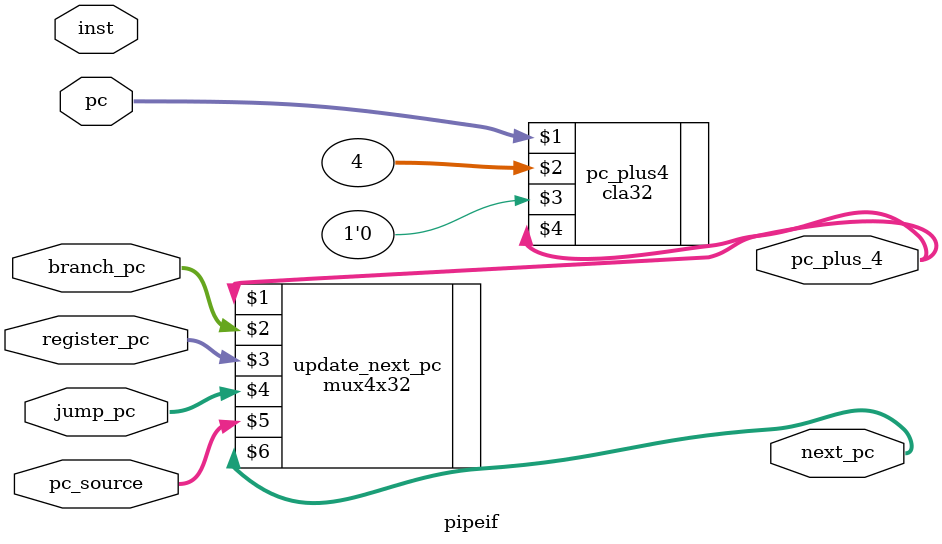
<source format=v>
module pipeif(pc_source, pc, branch_pc, register_pc, jump_pc, next_pc, pc_plus_4, inst);
	input	[31:0]	pc, branch_pc, register_pc, jump_pc;
	input	[1:0]	pc_source;

	// output	[31:0]	next_pc, pc_plus_4, inst;
	output	[31:0]	next_pc, pc_plus_4;
	input 	[31:0]	inst;

	mux4x32 update_next_pc(pc_plus_4, branch_pc, register_pc, jump_pc, pc_source, next_pc);
	cla32 pc_plus4(pc, 32'h4, 1'b0, pc_plus_4);

endmodule

</source>
